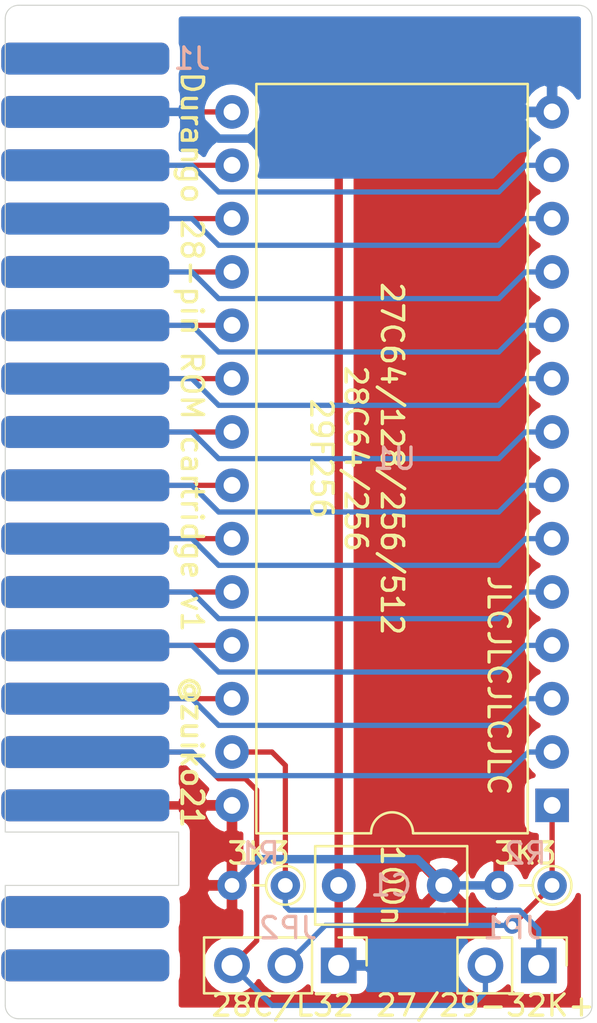
<source format=kicad_pcb>
(kicad_pcb (version 20171130) (host pcbnew "(5.1.2-1)-1")

  (general
    (thickness 1.6)
    (drawings 16)
    (tracks 115)
    (zones 0)
    (modules 7)
    (nets 30)
  )

  (page A4)
  (layers
    (0 F.Cu signal)
    (31 B.Cu signal)
    (32 B.Adhes user hide)
    (33 F.Adhes user hide)
    (34 B.Paste user hide)
    (35 F.Paste user hide)
    (36 B.SilkS user)
    (37 F.SilkS user)
    (38 B.Mask user hide)
    (39 F.Mask user hide)
    (40 Dwgs.User user hide)
    (41 Cmts.User user hide)
    (42 Eco1.User user hide)
    (43 Eco2.User user hide)
    (44 Edge.Cuts user)
    (45 Margin user hide)
    (46 B.CrtYd user hide)
    (47 F.CrtYd user hide)
    (48 B.Fab user hide)
    (49 F.Fab user hide)
  )

  (setup
    (last_trace_width 0.25)
    (user_trace_width 0.4)
    (trace_clearance 0.2)
    (zone_clearance 0.508)
    (zone_45_only no)
    (trace_min 0.2)
    (via_size 0.8)
    (via_drill 0.4)
    (via_min_size 0.4)
    (via_min_drill 0.3)
    (uvia_size 0.3)
    (uvia_drill 0.1)
    (uvias_allowed no)
    (uvia_min_size 0.2)
    (uvia_min_drill 0.1)
    (edge_width 0.05)
    (segment_width 0.2)
    (pcb_text_width 0.3)
    (pcb_text_size 1.5 1.5)
    (mod_edge_width 0.12)
    (mod_text_size 1 1)
    (mod_text_width 0.15)
    (pad_size 1.524 1.524)
    (pad_drill 0.762)
    (pad_to_mask_clearance 0.051)
    (solder_mask_min_width 0.25)
    (aux_axis_origin 0 0)
    (visible_elements FFFFFF7F)
    (pcbplotparams
      (layerselection 0x010fc_ffffffff)
      (usegerberextensions true)
      (usegerberattributes false)
      (usegerberadvancedattributes false)
      (creategerberjobfile false)
      (excludeedgelayer true)
      (linewidth 0.150000)
      (plotframeref false)
      (viasonmask false)
      (mode 1)
      (useauxorigin false)
      (hpglpennumber 1)
      (hpglpenspeed 20)
      (hpglpendiameter 15.000000)
      (psnegative false)
      (psa4output false)
      (plotreference true)
      (plotvalue true)
      (plotinvisibletext false)
      (padsonsilk false)
      (subtractmaskfromsilk true)
      (outputformat 1)
      (mirror false)
      (drillshape 0)
      (scaleselection 1)
      (outputdirectory "gerber/"))
  )

  (net 0 "")
  (net 1 GND)
  (net 2 /D3)
  (net 3 /D2)
  (net 4 /D4)
  (net 5 /D1)
  (net 6 /D5)
  (net 7 /D0)
  (net 8 /D6)
  (net 9 /A0)
  (net 10 /D7)
  (net 11 /A1)
  (net 12 /~CS)
  (net 13 /A2)
  (net 14 /A10)
  (net 15 /A3)
  (net 16 /~OE)
  (net 17 /A4)
  (net 18 /A11)
  (net 19 /A5)
  (net 20 /A9)
  (net 21 /A6)
  (net 22 /A8)
  (net 23 /A7)
  (net 24 /A13)
  (net 25 /A12)
  (net 26 /A14)
  (net 27 +5V)
  (net 28 /A15)
  (net 29 /CA14)

  (net_class Default "Esta es la clase de red por defecto."
    (clearance 0.2)
    (trace_width 0.25)
    (via_dia 0.8)
    (via_drill 0.4)
    (uvia_dia 0.3)
    (uvia_drill 0.1)
    (add_net /A0)
    (add_net /A1)
    (add_net /A10)
    (add_net /A11)
    (add_net /A12)
    (add_net /A13)
    (add_net /A14)
    (add_net /A15)
    (add_net /A2)
    (add_net /A3)
    (add_net /A4)
    (add_net /A5)
    (add_net /A6)
    (add_net /A7)
    (add_net /A8)
    (add_net /A9)
    (add_net /CA14)
    (add_net /D0)
    (add_net /D1)
    (add_net /D2)
    (add_net /D3)
    (add_net /D4)
    (add_net /D5)
    (add_net /D6)
    (add_net /D7)
    (add_net /~CS)
    (add_net /~OE)
  )

  (net_class POWER ""
    (clearance 0.25)
    (trace_width 0.4)
    (via_dia 0.8)
    (via_drill 0.4)
    (uvia_dia 0.3)
    (uvia_drill 0.1)
    (add_net +5V)
    (add_net GND)
  )

  (module edge_conn:Durango_ROM (layer F.Cu) (tedit 628D613F) (tstamp 628DD49B)
    (at 55.88 27.94 270)
    (path /629256A2)
    (fp_text reference J1 (at 2.54 -8.89 unlocked) (layer B.SilkS)
      (effects (font (size 1.016 1.016) (thickness 0.16)) (justify mirror))
    )
    (fp_text value "Edge Connector" (at 24.13 1.27 90) (layer F.Fab)
      (effects (font (size 1 1) (thickness 0.15)))
    )
    (fp_poly (pts (xy 0 0) (xy 48.26 0) (xy 48.26 -7.62) (xy 0 -7.62)) (layer B.Mask) (width 0.1))
    (fp_poly (pts (xy 0 0) (xy 48.26 0) (xy 48.26 -7.62) (xy 0 -7.62)) (layer F.Mask) (width 0.1))
    (fp_line (start 0 -8.89) (end 0 0) (layer Dwgs.User) (width 0.12))
    (fp_line (start 48.26 0) (end 48.26 -8.89) (layer Dwgs.User) (width 0.12))
    (fp_line (start 0 0) (end 48.26 0) (layer Dwgs.User) (width 0.12))
    (pad 36 smd roundrect (at 2.54 -3.81 270) (size 1.524 8) (layers B.Cu B.Paste B.Mask) (roundrect_rratio 0.25))
    (pad 34 smd roundrect (at 5.08 -3.81 270) (size 1.524 8) (layers B.Cu B.Paste B.Mask) (roundrect_rratio 0.25)
      (net 1 GND))
    (pad 32 smd roundrect (at 7.62 -3.81 270) (size 1.524 8) (layers B.Cu B.Paste B.Mask) (roundrect_rratio 0.25)
      (net 3 /D2))
    (pad 30 smd roundrect (at 10.16 -3.81 270) (size 1.524 8) (layers B.Cu B.Paste B.Mask) (roundrect_rratio 0.25)
      (net 5 /D1))
    (pad 28 smd roundrect (at 12.7 -3.81 270) (size 1.524 8) (layers B.Cu B.Paste B.Mask) (roundrect_rratio 0.25)
      (net 7 /D0))
    (pad 26 smd roundrect (at 15.24 -3.81 270) (size 1.524 8) (layers B.Cu B.Paste B.Mask) (roundrect_rratio 0.25)
      (net 9 /A0))
    (pad 24 smd roundrect (at 17.78 -3.81 270) (size 1.524 8) (layers B.Cu B.Paste B.Mask) (roundrect_rratio 0.25)
      (net 11 /A1))
    (pad 22 smd roundrect (at 20.32 -3.81 270) (size 1.524 8) (layers B.Cu B.Paste B.Mask) (roundrect_rratio 0.25)
      (net 13 /A2))
    (pad 20 smd roundrect (at 22.86 -3.81 270) (size 1.524 8) (layers B.Cu B.Paste B.Mask) (roundrect_rratio 0.25)
      (net 15 /A3))
    (pad 18 smd roundrect (at 25.4 -3.81 270) (size 1.524 8) (layers B.Cu B.Paste B.Mask) (roundrect_rratio 0.25)
      (net 17 /A4))
    (pad 16 smd roundrect (at 27.94 -3.81 270) (size 1.524 8) (layers B.Cu B.Paste B.Mask) (roundrect_rratio 0.25)
      (net 19 /A5))
    (pad 14 smd roundrect (at 30.48 -3.81 270) (size 1.524 8) (layers B.Cu B.Paste B.Mask) (roundrect_rratio 0.25)
      (net 21 /A6))
    (pad 12 smd roundrect (at 33.02 -3.81 270) (size 1.524 8) (layers B.Cu B.Paste B.Mask) (roundrect_rratio 0.25)
      (net 23 /A7))
    (pad 10 smd roundrect (at 35.56 -3.81 270) (size 1.524 8) (layers B.Cu B.Paste B.Mask) (roundrect_rratio 0.25)
      (net 25 /A12))
    (pad 8 smd roundrect (at 38.1 -3.81 270) (size 1.524 8) (layers B.Cu B.Paste B.Mask) (roundrect_rratio 0.25))
    (pad 4 smd roundrect (at 43.18 -3.81 270) (size 1.524 8) (layers B.Cu B.Paste B.Mask) (roundrect_rratio 0.25))
    (pad 35 smd roundrect (at 2.54 -3.81 270) (size 1.524 8) (layers F.Cu F.Paste F.Mask) (roundrect_rratio 0.25))
    (pad 33 smd roundrect (at 5.08 -3.81 270) (size 1.524 8) (layers F.Cu F.Paste F.Mask) (roundrect_rratio 0.25)
      (net 2 /D3))
    (pad 31 smd roundrect (at 7.62 -3.81 270) (size 1.524 8) (layers F.Cu F.Paste F.Mask) (roundrect_rratio 0.25)
      (net 4 /D4))
    (pad 29 smd roundrect (at 10.16 -3.81 270) (size 1.524 8) (layers F.Cu F.Paste F.Mask) (roundrect_rratio 0.25)
      (net 6 /D5))
    (pad 27 smd roundrect (at 12.7 -3.81 270) (size 1.524 8) (layers F.Cu F.Paste F.Mask) (roundrect_rratio 0.25)
      (net 8 /D6))
    (pad 25 smd roundrect (at 15.24 -3.81 270) (size 1.524 8) (layers F.Cu F.Paste F.Mask) (roundrect_rratio 0.25)
      (net 10 /D7))
    (pad 23 smd roundrect (at 17.78 -3.81 270) (size 1.524 8) (layers F.Cu F.Paste F.Mask) (roundrect_rratio 0.25)
      (net 12 /~CS))
    (pad 21 smd roundrect (at 20.32 -3.81 270) (size 1.524 8) (layers F.Cu F.Paste F.Mask) (roundrect_rratio 0.25)
      (net 14 /A10))
    (pad 19 smd roundrect (at 22.86 -3.81 270) (size 1.524 8) (layers F.Cu F.Paste F.Mask) (roundrect_rratio 0.25)
      (net 16 /~OE))
    (pad 17 smd roundrect (at 25.4 -3.81 270) (size 1.524 8) (layers F.Cu F.Paste F.Mask) (roundrect_rratio 0.25)
      (net 18 /A11))
    (pad 15 smd roundrect (at 27.94 -3.81 270) (size 1.524 8) (layers F.Cu F.Paste F.Mask) (roundrect_rratio 0.25)
      (net 20 /A9))
    (pad 13 smd roundrect (at 30.48 -3.81 270) (size 1.524 8) (layers F.Cu F.Paste F.Mask) (roundrect_rratio 0.25)
      (net 22 /A8))
    (pad 11 smd roundrect (at 33.02 -3.81 270) (size 1.524 8) (layers F.Cu F.Paste F.Mask) (roundrect_rratio 0.25)
      (net 24 /A13))
    (pad 9 smd roundrect (at 35.56 -3.81 270) (size 1.524 8) (layers F.Cu F.Paste F.Mask) (roundrect_rratio 0.25)
      (net 29 /CA14))
    (pad 7 smd roundrect (at 38.1 -3.81 270) (size 1.524 8) (layers F.Cu F.Paste F.Mask) (roundrect_rratio 0.25)
      (net 27 +5V))
    (pad 3 smd roundrect (at 43.18 -3.81 270) (size 1.524 8) (layers F.Cu F.Paste F.Mask) (roundrect_rratio 0.25))
    (pad 2 smd roundrect (at 45.72 -3.81 270) (size 1.524 8) (layers B.Cu B.Paste B.Mask) (roundrect_rratio 0.25))
    (pad 1 smd roundrect (at 45.72 -3.81 270) (size 1.524 8) (layers F.Cu F.Paste F.Mask) (roundrect_rratio 0.25))
  )

  (module Package_DIP:DIP-28_W15.24mm (layer F.Cu) (tedit 5A02E8C5) (tstamp 628E668C)
    (at 81.915 66.04 180)
    (descr "28-lead though-hole mounted DIP package, row spacing 15.24 mm (600 mils)")
    (tags "THT DIP DIL PDIP 2.54mm 15.24mm 600mil")
    (path /6248CC58)
    (fp_text reference U1 (at 7.493 16.51 unlocked) (layer B.SilkS)
      (effects (font (size 1.016 1.016) (thickness 0.16)) (justify mirror))
    )
    (fp_text value 27C64/128/256/512 (at 7.62 16.51 270 unlocked) (layer F.SilkS)
      (effects (font (size 1.016 1.016) (thickness 0.16)))
    )
    (fp_arc (start 7.62 -1.33) (end 6.62 -1.33) (angle -180) (layer F.SilkS) (width 0.12))
    (fp_line (start 1.255 -1.27) (end 14.985 -1.27) (layer F.Fab) (width 0.1))
    (fp_line (start 14.985 -1.27) (end 14.985 34.29) (layer F.Fab) (width 0.1))
    (fp_line (start 14.985 34.29) (end 0.255 34.29) (layer F.Fab) (width 0.1))
    (fp_line (start 0.255 34.29) (end 0.255 -0.27) (layer F.Fab) (width 0.1))
    (fp_line (start 0.255 -0.27) (end 1.255 -1.27) (layer F.Fab) (width 0.1))
    (fp_line (start 6.62 -1.33) (end 1.16 -1.33) (layer F.SilkS) (width 0.12))
    (fp_line (start 1.16 -1.33) (end 1.16 34.35) (layer F.SilkS) (width 0.12))
    (fp_line (start 1.16 34.35) (end 14.08 34.35) (layer F.SilkS) (width 0.12))
    (fp_line (start 14.08 34.35) (end 14.08 -1.33) (layer F.SilkS) (width 0.12))
    (fp_line (start 14.08 -1.33) (end 8.62 -1.33) (layer F.SilkS) (width 0.12))
    (fp_line (start -1.05 -1.55) (end -1.05 34.55) (layer F.CrtYd) (width 0.05))
    (fp_line (start -1.05 34.55) (end 16.3 34.55) (layer F.CrtYd) (width 0.05))
    (fp_line (start 16.3 34.55) (end 16.3 -1.55) (layer F.CrtYd) (width 0.05))
    (fp_line (start 16.3 -1.55) (end -1.05 -1.55) (layer F.CrtYd) (width 0.05))
    (fp_text user %R (at 7.62 16.51) (layer F.Fab)
      (effects (font (size 1 1) (thickness 0.15)))
    )
    (pad 1 thru_hole rect (at 0 0 180) (size 1.6 1.6) (drill 0.8) (layers *.Cu *.Mask)
      (net 28 /A15))
    (pad 15 thru_hole oval (at 15.24 33.02 180) (size 1.6 1.6) (drill 0.8) (layers *.Cu *.Mask)
      (net 2 /D3))
    (pad 2 thru_hole oval (at 0 2.54 180) (size 1.6 1.6) (drill 0.8) (layers *.Cu *.Mask)
      (net 25 /A12))
    (pad 16 thru_hole oval (at 15.24 30.48 180) (size 1.6 1.6) (drill 0.8) (layers *.Cu *.Mask)
      (net 4 /D4))
    (pad 3 thru_hole oval (at 0 5.08 180) (size 1.6 1.6) (drill 0.8) (layers *.Cu *.Mask)
      (net 23 /A7))
    (pad 17 thru_hole oval (at 15.24 27.94 180) (size 1.6 1.6) (drill 0.8) (layers *.Cu *.Mask)
      (net 6 /D5))
    (pad 4 thru_hole oval (at 0 7.62 180) (size 1.6 1.6) (drill 0.8) (layers *.Cu *.Mask)
      (net 21 /A6))
    (pad 18 thru_hole oval (at 15.24 25.4 180) (size 1.6 1.6) (drill 0.8) (layers *.Cu *.Mask)
      (net 8 /D6))
    (pad 5 thru_hole oval (at 0 10.16 180) (size 1.6 1.6) (drill 0.8) (layers *.Cu *.Mask)
      (net 19 /A5))
    (pad 19 thru_hole oval (at 15.24 22.86 180) (size 1.6 1.6) (drill 0.8) (layers *.Cu *.Mask)
      (net 10 /D7))
    (pad 6 thru_hole oval (at 0 12.7 180) (size 1.6 1.6) (drill 0.8) (layers *.Cu *.Mask)
      (net 17 /A4))
    (pad 20 thru_hole oval (at 15.24 20.32 180) (size 1.6 1.6) (drill 0.8) (layers *.Cu *.Mask)
      (net 12 /~CS))
    (pad 7 thru_hole oval (at 0 15.24 180) (size 1.6 1.6) (drill 0.8) (layers *.Cu *.Mask)
      (net 15 /A3))
    (pad 21 thru_hole oval (at 15.24 17.78 180) (size 1.6 1.6) (drill 0.8) (layers *.Cu *.Mask)
      (net 14 /A10))
    (pad 8 thru_hole oval (at 0 17.78 180) (size 1.6 1.6) (drill 0.8) (layers *.Cu *.Mask)
      (net 13 /A2))
    (pad 22 thru_hole oval (at 15.24 15.24 180) (size 1.6 1.6) (drill 0.8) (layers *.Cu *.Mask)
      (net 16 /~OE))
    (pad 9 thru_hole oval (at 0 20.32 180) (size 1.6 1.6) (drill 0.8) (layers *.Cu *.Mask)
      (net 11 /A1))
    (pad 23 thru_hole oval (at 15.24 12.7 180) (size 1.6 1.6) (drill 0.8) (layers *.Cu *.Mask)
      (net 18 /A11))
    (pad 10 thru_hole oval (at 0 22.86 180) (size 1.6 1.6) (drill 0.8) (layers *.Cu *.Mask)
      (net 9 /A0))
    (pad 24 thru_hole oval (at 15.24 10.16 180) (size 1.6 1.6) (drill 0.8) (layers *.Cu *.Mask)
      (net 20 /A9))
    (pad 11 thru_hole oval (at 0 25.4 180) (size 1.6 1.6) (drill 0.8) (layers *.Cu *.Mask)
      (net 7 /D0))
    (pad 25 thru_hole oval (at 15.24 7.62 180) (size 1.6 1.6) (drill 0.8) (layers *.Cu *.Mask)
      (net 22 /A8))
    (pad 12 thru_hole oval (at 0 27.94 180) (size 1.6 1.6) (drill 0.8) (layers *.Cu *.Mask)
      (net 5 /D1))
    (pad 26 thru_hole oval (at 15.24 5.08 180) (size 1.6 1.6) (drill 0.8) (layers *.Cu *.Mask)
      (net 24 /A13))
    (pad 13 thru_hole oval (at 0 30.48 180) (size 1.6 1.6) (drill 0.8) (layers *.Cu *.Mask)
      (net 3 /D2))
    (pad 27 thru_hole oval (at 15.24 2.54 180) (size 1.6 1.6) (drill 0.8) (layers *.Cu *.Mask)
      (net 26 /A14))
    (pad 14 thru_hole oval (at 0 33.02 180) (size 1.6 1.6) (drill 0.8) (layers *.Cu *.Mask)
      (net 1 GND))
    (pad 28 thru_hole oval (at 15.24 0 180) (size 1.6 1.6) (drill 0.8) (layers *.Cu *.Mask)
      (net 27 +5V))
    (model ${KISYS3DMOD}/Package_DIP.3dshapes/DIP-28_W15.24mm.wrl
      (at (xyz 0 0 0))
      (scale (xyz 1 1 1))
      (rotate (xyz 0 0 0))
    )
  )

  (module Capacitor_THT:C_Rect_L7.0mm_W3.5mm_P5.00mm (layer F.Cu) (tedit 5AE50EF0) (tstamp 62575EBC)
    (at 71.755 69.85)
    (descr "C, Rect series, Radial, pin pitch=5.00mm, , length*width=7*3.5mm^2, Capacitor")
    (tags "C Rect series Radial pin pitch 5.00mm  length 7mm width 3.5mm Capacitor")
    (path /62636C82)
    (fp_text reference C1 (at 2.5 0) (layer B.SilkS)
      (effects (font (size 1 1) (thickness 0.16)) (justify mirror))
    )
    (fp_text value 100n (at 2.54 0 270 unlocked) (layer F.SilkS)
      (effects (font (size 1.016 1.016) (thickness 0.16)))
    )
    (fp_text user %R (at 2.5 0) (layer F.Fab)
      (effects (font (size 1 1) (thickness 0.16)))
    )
    (fp_line (start 6.25 -2) (end -1.25 -2) (layer F.CrtYd) (width 0.05))
    (fp_line (start 6.25 2) (end 6.25 -2) (layer F.CrtYd) (width 0.05))
    (fp_line (start -1.25 2) (end 6.25 2) (layer F.CrtYd) (width 0.05))
    (fp_line (start -1.25 -2) (end -1.25 2) (layer F.CrtYd) (width 0.05))
    (fp_line (start 6.12 -1.87) (end 6.12 1.87) (layer F.SilkS) (width 0.12))
    (fp_line (start -1.12 -1.87) (end -1.12 1.87) (layer F.SilkS) (width 0.12))
    (fp_line (start -1.12 1.87) (end 6.12 1.87) (layer F.SilkS) (width 0.12))
    (fp_line (start -1.12 -1.87) (end 6.12 -1.87) (layer F.SilkS) (width 0.12))
    (fp_line (start 6 -1.75) (end -1 -1.75) (layer F.Fab) (width 0.1))
    (fp_line (start 6 1.75) (end 6 -1.75) (layer F.Fab) (width 0.1))
    (fp_line (start -1 1.75) (end 6 1.75) (layer F.Fab) (width 0.1))
    (fp_line (start -1 -1.75) (end -1 1.75) (layer F.Fab) (width 0.1))
    (pad 2 thru_hole circle (at 5 0) (size 1.6 1.6) (drill 0.8) (layers *.Cu *.Mask)
      (net 27 +5V))
    (pad 1 thru_hole circle (at 0 0) (size 1.6 1.6) (drill 0.8) (layers *.Cu *.Mask)
      (net 1 GND))
    (model ${KISYS3DMOD}/Capacitor_THT.3dshapes/C_Rect_L7.0mm_W3.5mm_P5.00mm.wrl
      (at (xyz 0 0 0))
      (scale (xyz 1 1 1))
      (rotate (xyz 0 0 0))
    )
  )

  (module Resistor_THT:R_Axial_DIN0204_L3.6mm_D1.6mm_P2.54mm_Vertical (layer F.Cu) (tedit 5AE5139B) (tstamp 62493112)
    (at 81.915 69.85 180)
    (descr "Resistor, Axial_DIN0204 series, Axial, Vertical, pin pitch=2.54mm, 0.167W, length*diameter=3.6*1.6mm^2, http://cdn-reichelt.de/documents/datenblatt/B400/1_4W%23YAG.pdf")
    (tags "Resistor Axial_DIN0204 series Axial Vertical pin pitch 2.54mm 0.167W length 3.6mm diameter 1.6mm")
    (path /62539806)
    (fp_text reference R2 (at 1.27 1.524 unlocked) (layer B.SilkS)
      (effects (font (size 1.016 1.016) (thickness 0.16)) (justify mirror))
    )
    (fp_text value 3K3 (at 1.27 1.524 unlocked) (layer F.SilkS)
      (effects (font (size 1.016 1.016) (thickness 0.16)))
    )
    (fp_text user %R (at 1.27 -1.92) (layer F.Fab)
      (effects (font (size 1 1) (thickness 0.15)))
    )
    (fp_line (start 3.49 -1.05) (end -1.05 -1.05) (layer F.CrtYd) (width 0.05))
    (fp_line (start 3.49 1.05) (end 3.49 -1.05) (layer F.CrtYd) (width 0.05))
    (fp_line (start -1.05 1.05) (end 3.49 1.05) (layer F.CrtYd) (width 0.05))
    (fp_line (start -1.05 -1.05) (end -1.05 1.05) (layer F.CrtYd) (width 0.05))
    (fp_line (start 0.92 0) (end 1.54 0) (layer F.SilkS) (width 0.12))
    (fp_line (start 0 0) (end 2.54 0) (layer F.Fab) (width 0.1))
    (fp_circle (center 0 0) (end 0.92 0) (layer F.SilkS) (width 0.12))
    (fp_circle (center 0 0) (end 0.8 0) (layer F.Fab) (width 0.1))
    (pad 2 thru_hole oval (at 2.54 0 180) (size 1.4 1.4) (drill 0.7) (layers *.Cu *.Mask)
      (net 27 +5V))
    (pad 1 thru_hole circle (at 0 0 180) (size 1.4 1.4) (drill 0.7) (layers *.Cu *.Mask)
      (net 28 /A15))
    (model ${KISYS3DMOD}/Resistor_THT.3dshapes/R_Axial_DIN0204_L3.6mm_D1.6mm_P2.54mm_Vertical.wrl
      (at (xyz 0 0 0))
      (scale (xyz 1 1 1))
      (rotate (xyz 0 0 0))
    )
  )

  (module Resistor_THT:R_Axial_DIN0204_L3.6mm_D1.6mm_P2.54mm_Vertical (layer F.Cu) (tedit 5AE5139B) (tstamp 62493103)
    (at 69.215 69.85 180)
    (descr "Resistor, Axial_DIN0204 series, Axial, Vertical, pin pitch=2.54mm, 0.167W, length*diameter=3.6*1.6mm^2, http://cdn-reichelt.de/documents/datenblatt/B400/1_4W%23YAG.pdf")
    (tags "Resistor Axial_DIN0204 series Axial Vertical pin pitch 2.54mm 0.167W length 3.6mm diameter 1.6mm")
    (path /62538342)
    (fp_text reference R1 (at 1.27 1.524) (layer B.SilkS)
      (effects (font (size 1.016 1.016) (thickness 0.16)) (justify mirror))
    )
    (fp_text value 3K3 (at 1.27 1.524 unlocked) (layer F.SilkS)
      (effects (font (size 1.016 1.016) (thickness 0.16)))
    )
    (fp_text user %R (at 1.27 -1.92) (layer F.Fab)
      (effects (font (size 1 1) (thickness 0.15)))
    )
    (fp_line (start 3.49 -1.05) (end -1.05 -1.05) (layer F.CrtYd) (width 0.05))
    (fp_line (start 3.49 1.05) (end 3.49 -1.05) (layer F.CrtYd) (width 0.05))
    (fp_line (start -1.05 1.05) (end 3.49 1.05) (layer F.CrtYd) (width 0.05))
    (fp_line (start -1.05 -1.05) (end -1.05 1.05) (layer F.CrtYd) (width 0.05))
    (fp_line (start 0.92 0) (end 1.54 0) (layer F.SilkS) (width 0.12))
    (fp_line (start 0 0) (end 2.54 0) (layer F.Fab) (width 0.1))
    (fp_circle (center 0 0) (end 0.92 0) (layer F.SilkS) (width 0.12))
    (fp_circle (center 0 0) (end 0.8 0) (layer F.Fab) (width 0.1))
    (pad 2 thru_hole oval (at 2.54 0 180) (size 1.4 1.4) (drill 0.7) (layers *.Cu *.Mask)
      (net 27 +5V))
    (pad 1 thru_hole circle (at 0 0 180) (size 1.4 1.4) (drill 0.7) (layers *.Cu *.Mask)
      (net 26 /A14))
    (model ${KISYS3DMOD}/Resistor_THT.3dshapes/R_Axial_DIN0204_L3.6mm_D1.6mm_P2.54mm_Vertical.wrl
      (at (xyz 0 0 0))
      (scale (xyz 1 1 1))
      (rotate (xyz 0 0 0))
    )
  )

  (module Connector_PinHeader_2.54mm:PinHeader_1x03_P2.54mm_Vertical (layer F.Cu) (tedit 59FED5CC) (tstamp 624930F4)
    (at 71.755 73.66 270)
    (descr "Through hole straight pin header, 1x03, 2.54mm pitch, single row")
    (tags "Through hole pin header THT 1x03 2.54mm single row")
    (path /6250AAF5)
    (fp_text reference JP2 (at -1.778 2.413 unlocked) (layer B.SilkS)
      (effects (font (size 1.016 1.016) (thickness 0.16)) (justify mirror))
    )
    (fp_text value 28C/L32 (at 1.905 2.667 unlocked) (layer F.SilkS)
      (effects (font (size 1.016 1.016) (thickness 0.153)))
    )
    (fp_text user %R (at 0 2.54) (layer F.Fab)
      (effects (font (size 1 1) (thickness 0.15)))
    )
    (fp_line (start 1.8 -1.8) (end -1.8 -1.8) (layer F.CrtYd) (width 0.05))
    (fp_line (start 1.8 6.85) (end 1.8 -1.8) (layer F.CrtYd) (width 0.05))
    (fp_line (start -1.8 6.85) (end 1.8 6.85) (layer F.CrtYd) (width 0.05))
    (fp_line (start -1.8 -1.8) (end -1.8 6.85) (layer F.CrtYd) (width 0.05))
    (fp_line (start -1.33 -1.33) (end 0 -1.33) (layer F.SilkS) (width 0.12))
    (fp_line (start -1.33 0) (end -1.33 -1.33) (layer F.SilkS) (width 0.12))
    (fp_line (start -1.33 1.27) (end 1.33 1.27) (layer F.SilkS) (width 0.12))
    (fp_line (start 1.33 1.27) (end 1.33 6.41) (layer F.SilkS) (width 0.12))
    (fp_line (start -1.33 1.27) (end -1.33 6.41) (layer F.SilkS) (width 0.12))
    (fp_line (start -1.33 6.41) (end 1.33 6.41) (layer F.SilkS) (width 0.12))
    (fp_line (start -1.27 -0.635) (end -0.635 -1.27) (layer F.Fab) (width 0.1))
    (fp_line (start -1.27 6.35) (end -1.27 -0.635) (layer F.Fab) (width 0.1))
    (fp_line (start 1.27 6.35) (end -1.27 6.35) (layer F.Fab) (width 0.1))
    (fp_line (start 1.27 -1.27) (end 1.27 6.35) (layer F.Fab) (width 0.1))
    (fp_line (start -0.635 -1.27) (end 1.27 -1.27) (layer F.Fab) (width 0.1))
    (pad 3 thru_hole oval (at 0 5.08 270) (size 1.7 1.7) (drill 1) (layers *.Cu *.Mask)
      (net 29 /CA14))
    (pad 2 thru_hole oval (at 0 2.54 270) (size 1.7 1.7) (drill 1) (layers *.Cu *.Mask)
      (net 28 /A15))
    (pad 1 thru_hole rect (at 0 0 270) (size 1.7 1.7) (drill 1) (layers *.Cu *.Mask)
      (net 1 GND))
    (model ${KISYS3DMOD}/Connector_PinHeader_2.54mm.3dshapes/PinHeader_1x03_P2.54mm_Vertical.wrl
      (at (xyz 0 0 0))
      (scale (xyz 1 1 1))
      (rotate (xyz 0 0 0))
    )
  )

  (module Connector_PinHeader_2.54mm:PinHeader_1x02_P2.54mm_Vertical (layer F.Cu) (tedit 59FED5CC) (tstamp 624930DD)
    (at 81.28 73.66 270)
    (descr "Through hole straight pin header, 1x02, 2.54mm pitch, single row")
    (tags "Through hole pin header THT 1x02 2.54mm single row")
    (path /625351FC)
    (fp_text reference JP1 (at -1.778 1.27 unlocked) (layer B.SilkS)
      (effects (font (size 1.016 1.016) (thickness 0.16)) (justify mirror))
    )
    (fp_text value 27/29-32K+ (at 1.905 2.54 unlocked) (layer F.SilkS)
      (effects (font (size 1.016 1.016) (thickness 0.153)))
    )
    (fp_text user %R (at 0 1.27) (layer F.Fab)
      (effects (font (size 1 1) (thickness 0.15)))
    )
    (fp_line (start 1.8 -1.8) (end -1.8 -1.8) (layer F.CrtYd) (width 0.05))
    (fp_line (start 1.8 4.35) (end 1.8 -1.8) (layer F.CrtYd) (width 0.05))
    (fp_line (start -1.8 4.35) (end 1.8 4.35) (layer F.CrtYd) (width 0.05))
    (fp_line (start -1.8 -1.8) (end -1.8 4.35) (layer F.CrtYd) (width 0.05))
    (fp_line (start -1.33 -1.33) (end 0 -1.33) (layer F.SilkS) (width 0.12))
    (fp_line (start -1.33 0) (end -1.33 -1.33) (layer F.SilkS) (width 0.12))
    (fp_line (start -1.33 1.27) (end 1.33 1.27) (layer F.SilkS) (width 0.12))
    (fp_line (start 1.33 1.27) (end 1.33 3.87) (layer F.SilkS) (width 0.12))
    (fp_line (start -1.33 1.27) (end -1.33 3.87) (layer F.SilkS) (width 0.12))
    (fp_line (start -1.33 3.87) (end 1.33 3.87) (layer F.SilkS) (width 0.12))
    (fp_line (start -1.27 -0.635) (end -0.635 -1.27) (layer F.Fab) (width 0.1))
    (fp_line (start -1.27 3.81) (end -1.27 -0.635) (layer F.Fab) (width 0.1))
    (fp_line (start 1.27 3.81) (end -1.27 3.81) (layer F.Fab) (width 0.1))
    (fp_line (start 1.27 -1.27) (end 1.27 3.81) (layer F.Fab) (width 0.1))
    (fp_line (start -0.635 -1.27) (end 1.27 -1.27) (layer F.Fab) (width 0.1))
    (pad 2 thru_hole oval (at 0 2.54 270) (size 1.7 1.7) (drill 1) (layers *.Cu *.Mask)
      (net 29 /CA14))
    (pad 1 thru_hole rect (at 0 0 270) (size 1.7 1.7) (drill 1) (layers *.Cu *.Mask)
      (net 26 /A14))
    (model ${KISYS3DMOD}/Connector_PinHeader_2.54mm.3dshapes/PinHeader_1x02_P2.54mm_Vertical.wrl
      (at (xyz 0 0 0))
      (scale (xyz 1 1 1))
      (rotate (xyz 0 0 0))
    )
  )

  (gr_arc (start 83.185 28.575) (end 83.82 28.575) (angle -90) (layer Edge.Cuts) (width 0.05))
  (gr_arc (start 83.185 75.565) (end 83.185 76.2) (angle -90) (layer Edge.Cuts) (width 0.05))
  (gr_arc (start 56.515 75.565) (end 55.88 75.565) (angle -90) (layer Edge.Cuts) (width 0.05))
  (gr_arc (start 56.515 28.575) (end 56.515 27.94) (angle -90) (layer Edge.Cuts) (width 0.05))
  (gr_line (start 56.515 27.94) (end 83.185 27.94) (layer Edge.Cuts) (width 0.05) (tstamp 62953C2D))
  (gr_line (start 55.88 67.31) (end 55.88 28.575) (layer Edge.Cuts) (width 0.05))
  (gr_line (start 64.135 67.31) (end 55.88 67.31) (layer Edge.Cuts) (width 0.05))
  (gr_line (start 64.135 69.85) (end 64.135 67.31) (layer Edge.Cuts) (width 0.05))
  (gr_line (start 55.88 69.85) (end 64.135 69.85) (layer Edge.Cuts) (width 0.05))
  (gr_line (start 55.88 75.565) (end 55.88 69.85) (layer Edge.Cuts) (width 0.05))
  (gr_line (start 83.185 76.2) (end 56.515 76.2) (layer Edge.Cuts) (width 0.05))
  (gr_line (start 83.82 28.575) (end 83.82 75.565) (layer Edge.Cuts) (width 0.05))
  (gr_text "28C64/256\n29F256" (at 71.755 49.53 270) (layer F.SilkS)
    (effects (font (size 1.016 1.016) (thickness 0.16)))
  )
  (gr_text JLCJLCJLCJLC (at 79.375 60.325 270) (layer F.SilkS)
    (effects (font (size 1.016 1.016) (thickness 0.1575)))
  )
  (gr_text @zuiko21 (at 64.77 63.5 270) (layer F.SilkS) (tstamp 628DEEC5)
    (effects (font (size 1.016 1.016) (thickness 0.18)))
  )
  (gr_text "Durango 28-pin ROM cartridge v1" (at 64.77 44.45 270) (layer F.SilkS)
    (effects (font (size 1.016 1.016) (thickness 0.16)))
  )

  (segment (start 81.915 33.02) (end 73.025 33.02) (width 0.4) (layer F.Cu) (net 1))
  (segment (start 73.025 33.02) (end 71.755 34.29) (width 0.4) (layer F.Cu) (net 1))
  (segment (start 71.755 34.29) (end 71.755 69.85) (width 0.4) (layer F.Cu) (net 1))
  (segment (start 71.755 69.85) (end 71.755 73.66) (width 0.4) (layer F.Cu) (net 1))
  (segment (start 81.915 33.02) (end 80.645 33.02) (width 0.4) (layer B.Cu) (net 1))
  (segment (start 80.645 33.02) (end 79.375 34.29) (width 0.4) (layer B.Cu) (net 1))
  (segment (start 79.375 34.29) (end 66.04 34.29) (width 0.4) (layer B.Cu) (net 1))
  (segment (start 66.04 34.29) (end 64.77 33.02) (width 0.4) (layer B.Cu) (net 1))
  (segment (start 64.77 33.02) (end 59.69 33.02) (width 0.4) (layer B.Cu) (net 1))
  (segment (start 66.675 33.02) (end 59.69 33.02) (width 0.25) (layer F.Cu) (net 2))
  (segment (start 81.915 35.56) (end 80.645 35.56) (width 0.25) (layer B.Cu) (net 3))
  (segment (start 80.645 35.56) (end 79.375 36.83) (width 0.25) (layer B.Cu) (net 3))
  (segment (start 79.375 36.83) (end 66.04 36.83) (width 0.25) (layer B.Cu) (net 3))
  (segment (start 66.04 36.83) (end 64.77 35.56) (width 0.25) (layer B.Cu) (net 3))
  (segment (start 64.77 35.56) (end 59.69 35.56) (width 0.25) (layer B.Cu) (net 3))
  (segment (start 66.675 35.56) (end 59.69 35.56) (width 0.25) (layer F.Cu) (net 4))
  (segment (start 81.915 38.1) (end 80.645 38.1) (width 0.25) (layer B.Cu) (net 5))
  (segment (start 80.645 38.1) (end 79.375 39.37) (width 0.25) (layer B.Cu) (net 5))
  (segment (start 79.375 39.37) (end 66.04 39.37) (width 0.25) (layer B.Cu) (net 5))
  (segment (start 66.04 39.37) (end 64.77 38.1) (width 0.25) (layer B.Cu) (net 5))
  (segment (start 64.77 38.1) (end 59.69 38.1) (width 0.25) (layer B.Cu) (net 5))
  (segment (start 66.675 38.1) (end 59.69 38.1) (width 0.25) (layer F.Cu) (net 6))
  (segment (start 81.915 40.64) (end 80.645 40.64) (width 0.25) (layer B.Cu) (net 7))
  (segment (start 80.645 40.64) (end 79.375 41.91) (width 0.25) (layer B.Cu) (net 7))
  (segment (start 79.375 41.91) (end 66.04 41.91) (width 0.25) (layer B.Cu) (net 7))
  (segment (start 66.04 41.91) (end 64.77 40.64) (width 0.25) (layer B.Cu) (net 7))
  (segment (start 64.77 40.64) (end 59.69 40.64) (width 0.25) (layer B.Cu) (net 7))
  (segment (start 66.675 40.64) (end 59.69 40.64) (width 0.25) (layer F.Cu) (net 8))
  (segment (start 81.915 43.18) (end 80.645 43.18) (width 0.25) (layer B.Cu) (net 9))
  (segment (start 80.645 43.18) (end 79.375 44.45) (width 0.25) (layer B.Cu) (net 9))
  (segment (start 79.375 44.45) (end 66.04 44.45) (width 0.25) (layer B.Cu) (net 9))
  (segment (start 66.04 44.45) (end 64.77 43.18) (width 0.25) (layer B.Cu) (net 9))
  (segment (start 64.77 43.18) (end 59.69 43.18) (width 0.25) (layer B.Cu) (net 9))
  (segment (start 66.675 43.18) (end 59.69 43.18) (width 0.25) (layer F.Cu) (net 10))
  (segment (start 81.915 45.72) (end 80.645 45.72) (width 0.25) (layer B.Cu) (net 11))
  (segment (start 80.645 45.72) (end 79.375 46.99) (width 0.25) (layer B.Cu) (net 11))
  (segment (start 79.375 46.99) (end 66.04 46.99) (width 0.25) (layer B.Cu) (net 11))
  (segment (start 66.04 46.99) (end 64.77 45.72) (width 0.25) (layer B.Cu) (net 11))
  (segment (start 64.77 45.72) (end 59.69 45.72) (width 0.25) (layer B.Cu) (net 11))
  (segment (start 66.675 45.72) (end 59.69 45.72) (width 0.25) (layer F.Cu) (net 12))
  (segment (start 81.915 48.26) (end 80.645 48.26) (width 0.25) (layer B.Cu) (net 13))
  (segment (start 80.645 48.26) (end 79.375 49.53) (width 0.25) (layer B.Cu) (net 13))
  (segment (start 79.375 49.53) (end 66.04 49.53) (width 0.25) (layer B.Cu) (net 13))
  (segment (start 66.04 49.53) (end 64.77 48.26) (width 0.25) (layer B.Cu) (net 13))
  (segment (start 64.77 48.26) (end 59.69 48.26) (width 0.25) (layer B.Cu) (net 13))
  (segment (start 66.675 48.26) (end 59.69 48.26) (width 0.25) (layer F.Cu) (net 14))
  (segment (start 81.915 50.8) (end 80.645 50.8) (width 0.25) (layer B.Cu) (net 15))
  (segment (start 80.645 50.8) (end 79.375 52.07) (width 0.25) (layer B.Cu) (net 15))
  (segment (start 79.375 52.07) (end 66.04 52.07) (width 0.25) (layer B.Cu) (net 15))
  (segment (start 66.04 52.07) (end 64.77 50.8) (width 0.25) (layer B.Cu) (net 15))
  (segment (start 64.77 50.8) (end 59.69 50.8) (width 0.25) (layer B.Cu) (net 15))
  (segment (start 66.675 50.8) (end 59.69 50.8) (width 0.25) (layer F.Cu) (net 16))
  (segment (start 66.04 54.61) (end 64.77 53.34) (width 0.25) (layer B.Cu) (net 17))
  (segment (start 80.645 53.34) (end 79.375 54.61) (width 0.25) (layer B.Cu) (net 17))
  (segment (start 64.77 53.34) (end 59.69 53.34) (width 0.25) (layer B.Cu) (net 17))
  (segment (start 79.375 54.61) (end 66.04 54.61) (width 0.25) (layer B.Cu) (net 17))
  (segment (start 81.915 53.34) (end 80.645 53.34) (width 0.25) (layer B.Cu) (net 17))
  (segment (start 66.675 53.34) (end 59.69 53.34) (width 0.25) (layer F.Cu) (net 18))
  (segment (start 81.915 55.88) (end 80.645 55.88) (width 0.25) (layer B.Cu) (net 19))
  (segment (start 80.645 55.88) (end 79.375 57.15) (width 0.25) (layer B.Cu) (net 19))
  (segment (start 79.375 57.15) (end 66.04 57.15) (width 0.25) (layer B.Cu) (net 19))
  (segment (start 66.04 57.15) (end 64.77 55.88) (width 0.25) (layer B.Cu) (net 19))
  (segment (start 64.77 55.88) (end 59.69 55.88) (width 0.25) (layer B.Cu) (net 19))
  (segment (start 66.675 55.88) (end 59.69 55.88) (width 0.25) (layer F.Cu) (net 20))
  (segment (start 81.915 58.42) (end 80.645 58.42) (width 0.25) (layer B.Cu) (net 21))
  (segment (start 80.645 58.42) (end 79.375 59.69) (width 0.25) (layer B.Cu) (net 21))
  (segment (start 79.375 59.69) (end 66.04 59.69) (width 0.25) (layer B.Cu) (net 21))
  (segment (start 66.04 59.69) (end 64.77 58.42) (width 0.25) (layer B.Cu) (net 21))
  (segment (start 64.77 58.42) (end 59.69 58.42) (width 0.25) (layer B.Cu) (net 21))
  (segment (start 66.675 58.42) (end 59.69 58.42) (width 0.25) (layer F.Cu) (net 22))
  (segment (start 80.78363 60.96) (end 79.51363 62.23) (width 0.25) (layer B.Cu) (net 23))
  (segment (start 81.915 60.96) (end 80.78363 60.96) (width 0.25) (layer B.Cu) (net 23))
  (segment (start 79.51363 62.23) (end 66.04 62.23) (width 0.25) (layer B.Cu) (net 23))
  (segment (start 66.04 62.23) (end 64.77 60.96) (width 0.25) (layer B.Cu) (net 23))
  (segment (start 64.77 60.96) (end 59.69 60.96) (width 0.25) (layer B.Cu) (net 23))
  (segment (start 66.675 60.96) (end 59.69 60.96) (width 0.25) (layer F.Cu) (net 24))
  (segment (start 79.658629 64.625001) (end 65.895001 64.625001) (width 0.25) (layer B.Cu) (net 25))
  (segment (start 80.78363 63.5) (end 79.658629 64.625001) (width 0.25) (layer B.Cu) (net 25))
  (segment (start 81.915 63.5) (end 80.78363 63.5) (width 0.25) (layer B.Cu) (net 25))
  (segment (start 65.895001 64.625001) (end 64.77 63.5) (width 0.25) (layer B.Cu) (net 25))
  (segment (start 64.77 63.5) (end 59.69 63.5) (width 0.25) (layer B.Cu) (net 25))
  (segment (start 69.215 64.135) (end 68.58 63.5) (width 0.25) (layer F.Cu) (net 26))
  (segment (start 68.58 63.5) (end 66.675 63.5) (width 0.25) (layer F.Cu) (net 26))
  (segment (start 69.215 69.85) (end 69.215 64.135) (width 0.25) (layer F.Cu) (net 26))
  (segment (start 81.28 72.56) (end 81.28 73.66) (width 0.25) (layer B.Cu) (net 26))
  (segment (start 81.28 71.951998) (end 81.28 72.56) (width 0.25) (layer B.Cu) (net 26))
  (segment (start 69.40505 71.029999) (end 80.358001 71.029999) (width 0.25) (layer B.Cu) (net 26))
  (segment (start 80.358001 71.029999) (end 81.28 71.951998) (width 0.25) (layer B.Cu) (net 26))
  (segment (start 69.215 70.839949) (end 69.40505 71.029999) (width 0.25) (layer B.Cu) (net 26))
  (segment (start 69.215 69.85) (end 69.215 70.839949) (width 0.25) (layer B.Cu) (net 26))
  (segment (start 59.69 66.04) (end 66.675 66.04) (width 0.4) (layer F.Cu) (net 27))
  (segment (start 66.675 66.04) (end 66.675 69.85) (width 0.4) (layer F.Cu) (net 27))
  (segment (start 75.955001 69.050001) (end 76.755 69.85) (width 0.4) (layer B.Cu) (net 27))
  (segment (start 75.504999 68.599999) (end 75.955001 69.050001) (width 0.4) (layer B.Cu) (net 27))
  (segment (start 67.925001 68.599999) (end 75.504999 68.599999) (width 0.4) (layer B.Cu) (net 27))
  (segment (start 66.675 69.85) (end 67.925001 68.599999) (width 0.4) (layer B.Cu) (net 27))
  (segment (start 76.755 69.85) (end 79.375 69.85) (width 0.4) (layer B.Cu) (net 27))
  (segment (start 71.12 71.755) (end 80.01 71.755) (width 0.25) (layer B.Cu) (net 28))
  (segment (start 80.01 71.755) (end 80.645 71.12) (width 0.25) (layer F.Cu) (net 28))
  (segment (start 69.215 73.66) (end 71.12 71.755) (width 0.25) (layer B.Cu) (net 28))
  (via (at 80.01 71.755) (size 0.8) (drill 0.4) (layers F.Cu B.Cu) (net 28))
  (segment (start 80.645 71.12) (end 81.915 69.85) (width 0.25) (layer F.Cu) (net 28))
  (segment (start 81.915 67.09) (end 81.915 66.04) (width 0.25) (layer F.Cu) (net 28))
  (segment (start 81.915 69.85) (end 81.915 67.09) (width 0.25) (layer F.Cu) (net 28))
  (segment (start 66.04 64.77) (end 67.31 64.77) (width 0.25) (layer F.Cu) (net 29))
  (segment (start 64.77 63.5) (end 66.04 64.77) (width 0.25) (layer F.Cu) (net 29))
  (segment (start 59.69 63.5) (end 64.77 63.5) (width 0.25) (layer F.Cu) (net 29))
  (segment (start 68.58 75.565) (end 66.675 73.66) (width 0.25) (layer B.Cu) (net 29))
  (segment (start 68.58 75.565) (end 78.105 75.565) (width 0.25) (layer B.Cu) (net 29))
  (segment (start 78.105 75.565) (end 78.74 74.93) (width 0.25) (layer B.Cu) (net 29))
  (segment (start 78.74 74.93) (end 78.74 73.66) (width 0.25) (layer B.Cu) (net 29))
  (segment (start 67.524999 72.810001) (end 66.675 73.66) (width 0.25) (layer F.Cu) (net 29))
  (segment (start 67.850001 65.310001) (end 67.850001 72.484999) (width 0.25) (layer F.Cu) (net 29))
  (segment (start 67.850001 72.484999) (end 67.524999 72.810001) (width 0.25) (layer F.Cu) (net 29))
  (segment (start 67.31 64.77) (end 67.850001 65.310001) (width 0.25) (layer F.Cu) (net 29))

  (zone (net 1) (net_name GND) (layer B.Cu) (tstamp 62953B2B) (hatch edge 0.508)
    (connect_pads (clearance 0.508))
    (min_thickness 0.254)
    (fill yes (arc_segments 32) (thermal_gap 0.508) (thermal_bridge_width 0.508))
    (polygon
      (pts
        (xy 83.82 27.94) (xy 64.135 27.94) (xy 64.135 76.2) (xy 83.82 76.2)
      )
    )
    (filled_polygon
      (pts
        (xy 77.684866 72.604866) (xy 77.499294 72.830986) (xy 77.361401 73.088966) (xy 77.276487 73.368889) (xy 77.247815 73.66)
        (xy 77.276487 73.951111) (xy 77.361401 74.231034) (xy 77.499294 74.489014) (xy 77.684866 74.715134) (xy 77.792078 74.803121)
        (xy 77.790199 74.805) (xy 73.167338 74.805) (xy 73.194502 74.75418) (xy 73.230812 74.634482) (xy 73.243072 74.51)
        (xy 73.24 73.94575) (xy 73.08125 73.787) (xy 71.882 73.787) (xy 71.882 73.807) (xy 71.628 73.807)
        (xy 71.628 73.787) (xy 71.608 73.787) (xy 71.608 73.533) (xy 71.628 73.533) (xy 71.628 73.513)
        (xy 71.882 73.513) (xy 71.882 73.533) (xy 73.08125 73.533) (xy 73.24 73.37425) (xy 73.243072 72.81)
        (xy 73.230812 72.685518) (xy 73.194502 72.56582) (xy 73.167338 72.515) (xy 77.794368 72.515)
      )
    )
    (filled_polygon
      (pts
        (xy 71.948748 69.835858) (xy 71.934605 69.85) (xy 71.948748 69.864143) (xy 71.769143 70.043748) (xy 71.755 70.029605)
        (xy 71.740858 70.043748) (xy 71.561253 69.864143) (xy 71.575395 69.85) (xy 71.561253 69.835858) (xy 71.740858 69.656253)
        (xy 71.755 69.670395) (xy 71.769143 69.656253)
      )
    )
    (filled_polygon
      (pts
        (xy 83.159513 28.600666) (xy 83.16 28.605301) (xy 83.16 32.312122) (xy 83.146037 32.28258) (xy 82.978519 32.056586)
        (xy 82.770131 31.867615) (xy 82.528881 31.72293) (xy 82.26404 31.628091) (xy 82.042 31.749376) (xy 82.042 32.893)
        (xy 82.062 32.893) (xy 82.062 33.147) (xy 82.042 33.147) (xy 82.042 33.167) (xy 81.788 33.167)
        (xy 81.788 33.147) (xy 80.645085 33.147) (xy 80.523096 33.369039) (xy 80.563754 33.503087) (xy 80.683963 33.75742)
        (xy 80.851481 33.983414) (xy 81.059869 34.172385) (xy 81.251682 34.287421) (xy 81.113899 34.361068) (xy 80.895392 34.540392)
        (xy 80.716068 34.758899) (xy 80.694099 34.8) (xy 80.682322 34.8) (xy 80.644999 34.796324) (xy 80.607676 34.8)
        (xy 80.607667 34.8) (xy 80.496014 34.810997) (xy 80.352753 34.854454) (xy 80.220724 34.925026) (xy 80.104999 35.019999)
        (xy 80.081201 35.048997) (xy 79.060199 36.07) (xy 68.019864 36.07) (xy 68.089236 35.841309) (xy 68.116943 35.56)
        (xy 68.089236 35.278691) (xy 68.007182 35.008192) (xy 67.873932 34.758899) (xy 67.694608 34.540392) (xy 67.476101 34.361068)
        (xy 67.343142 34.29) (xy 67.476101 34.218932) (xy 67.694608 34.039608) (xy 67.873932 33.821101) (xy 68.007182 33.571808)
        (xy 68.089236 33.301309) (xy 68.116943 33.02) (xy 68.089236 32.738691) (xy 68.068691 32.670961) (xy 80.523096 32.670961)
        (xy 80.645085 32.893) (xy 81.788 32.893) (xy 81.788 31.749376) (xy 81.56596 31.628091) (xy 81.301119 31.72293)
        (xy 81.059869 31.867615) (xy 80.851481 32.056586) (xy 80.683963 32.28258) (xy 80.563754 32.536913) (xy 80.523096 32.670961)
        (xy 68.068691 32.670961) (xy 68.007182 32.468192) (xy 67.873932 32.218899) (xy 67.694608 32.000392) (xy 67.476101 31.821068)
        (xy 67.226808 31.687818) (xy 66.956309 31.605764) (xy 66.745492 31.585) (xy 66.604508 31.585) (xy 66.393691 31.605764)
        (xy 66.123192 31.687818) (xy 65.873899 31.821068) (xy 65.655392 32.000392) (xy 65.476068 32.218899) (xy 65.342818 32.468192)
        (xy 65.260764 32.738691) (xy 65.233057 33.02) (xy 65.260764 33.301309) (xy 65.342818 33.571808) (xy 65.476068 33.821101)
        (xy 65.655392 34.039608) (xy 65.873899 34.218932) (xy 66.006858 34.29) (xy 65.873899 34.361068) (xy 65.655392 34.540392)
        (xy 65.476068 34.758899) (xy 65.342818 35.008192) (xy 65.331347 35.046009) (xy 65.310001 35.019999) (xy 65.194276 34.925026)
        (xy 65.062247 34.854454) (xy 64.918986 34.810997) (xy 64.807333 34.8) (xy 64.807322 34.8) (xy 64.77 34.796324)
        (xy 64.732678 34.8) (xy 64.262 34.8) (xy 64.262 34.058923) (xy 64.279502 34.02618) (xy 64.315812 33.906482)
        (xy 64.328072 33.782) (xy 64.325 33.30575) (xy 64.262 33.24275) (xy 64.262 32.79725) (xy 64.325 32.73425)
        (xy 64.328072 32.258) (xy 64.315812 32.133518) (xy 64.279502 32.01382) (xy 64.262 31.981077) (xy 64.262 31.213072)
        (xy 64.308491 31.059811) (xy 64.328072 30.861) (xy 64.328072 30.099) (xy 64.308491 29.900189) (xy 64.262 29.746928)
        (xy 64.262 28.6) (xy 83.152725 28.6)
      )
    )
  )
  (zone (net 27) (net_name +5V) (layer F.Cu) (tstamp 62953B28) (hatch edge 0.508)
    (connect_pads (clearance 0.508))
    (min_thickness 0.254)
    (fill yes (arc_segments 32) (thermal_gap 0.508) (thermal_bridge_width 0.508))
    (polygon
      (pts
        (xy 64.135 27.94) (xy 64.135 76.2) (xy 83.82 76.2) (xy 83.82 27.94)
      )
    )
    (filled_polygon
      (pts
        (xy 80.895392 34.039608) (xy 81.113899 34.218932) (xy 81.246858 34.29) (xy 81.113899 34.361068) (xy 80.895392 34.540392)
        (xy 80.716068 34.758899) (xy 80.582818 35.008192) (xy 80.500764 35.278691) (xy 80.473057 35.56) (xy 80.500764 35.841309)
        (xy 80.582818 36.111808) (xy 80.716068 36.361101) (xy 80.895392 36.579608) (xy 81.113899 36.758932) (xy 81.246858 36.83)
        (xy 81.113899 36.901068) (xy 80.895392 37.080392) (xy 80.716068 37.298899) (xy 80.582818 37.548192) (xy 80.500764 37.818691)
        (xy 80.473057 38.1) (xy 80.500764 38.381309) (xy 80.582818 38.651808) (xy 80.716068 38.901101) (xy 80.895392 39.119608)
        (xy 81.113899 39.298932) (xy 81.246858 39.37) (xy 81.113899 39.441068) (xy 80.895392 39.620392) (xy 80.716068 39.838899)
        (xy 80.582818 40.088192) (xy 80.500764 40.358691) (xy 80.473057 40.64) (xy 80.500764 40.921309) (xy 80.582818 41.191808)
        (xy 80.716068 41.441101) (xy 80.895392 41.659608) (xy 81.113899 41.838932) (xy 81.246858 41.91) (xy 81.113899 41.981068)
        (xy 80.895392 42.160392) (xy 80.716068 42.378899) (xy 80.582818 42.628192) (xy 80.500764 42.898691) (xy 80.473057 43.18)
        (xy 80.500764 43.461309) (xy 80.582818 43.731808) (xy 80.716068 43.981101) (xy 80.895392 44.199608) (xy 81.113899 44.378932)
        (xy 81.246858 44.45) (xy 81.113899 44.521068) (xy 80.895392 44.700392) (xy 80.716068 44.918899) (xy 80.582818 45.168192)
        (xy 80.500764 45.438691) (xy 80.473057 45.72) (xy 80.500764 46.001309) (xy 80.582818 46.271808) (xy 80.716068 46.521101)
        (xy 80.895392 46.739608) (xy 81.113899 46.918932) (xy 81.246858 46.99) (xy 81.113899 47.061068) (xy 80.895392 47.240392)
        (xy 80.716068 47.458899) (xy 80.582818 47.708192) (xy 80.500764 47.978691) (xy 80.473057 48.26) (xy 80.500764 48.541309)
        (xy 80.582818 48.811808) (xy 80.716068 49.061101) (xy 80.895392 49.279608) (xy 81.113899 49.458932) (xy 81.246858 49.53)
        (xy 81.113899 49.601068) (xy 80.895392 49.780392) (xy 80.716068 49.998899) (xy 80.582818 50.248192) (xy 80.500764 50.518691)
        (xy 80.473057 50.8) (xy 80.500764 51.081309) (xy 80.582818 51.351808) (xy 80.716068 51.601101) (xy 80.895392 51.819608)
        (xy 81.113899 51.998932) (xy 81.246858 52.07) (xy 81.113899 52.141068) (xy 80.895392 52.320392) (xy 80.716068 52.538899)
        (xy 80.582818 52.788192) (xy 80.500764 53.058691) (xy 80.473057 53.34) (xy 80.500764 53.621309) (xy 80.582818 53.891808)
        (xy 80.716068 54.141101) (xy 80.895392 54.359608) (xy 81.113899 54.538932) (xy 81.246858 54.61) (xy 81.113899 54.681068)
        (xy 80.895392 54.860392) (xy 80.716068 55.078899) (xy 80.582818 55.328192) (xy 80.500764 55.598691) (xy 80.473057 55.88)
        (xy 80.500764 56.161309) (xy 80.582818 56.431808) (xy 80.716068 56.681101) (xy 80.895392 56.899608) (xy 81.113899 57.078932)
        (xy 81.246858 57.15) (xy 81.113899 57.221068) (xy 80.895392 57.400392) (xy 80.716068 57.618899) (xy 80.582818 57.868192)
        (xy 80.500764 58.138691) (xy 80.473057 58.42) (xy 80.500764 58.701309) (xy 80.582818 58.971808) (xy 80.716068 59.221101)
        (xy 80.895392 59.439608) (xy 81.113899 59.618932) (xy 81.246858 59.69) (xy 81.113899 59.761068) (xy 80.895392 59.940392)
        (xy 80.716068 60.158899) (xy 80.582818 60.408192) (xy 80.500764 60.678691) (xy 80.473057 60.96) (xy 80.500764 61.241309)
        (xy 80.582818 61.511808) (xy 80.716068 61.761101) (xy 80.895392 61.979608) (xy 81.113899 62.158932) (xy 81.246858 62.23)
        (xy 81.113899 62.301068) (xy 80.895392 62.480392) (xy 80.716068 62.698899) (xy 80.582818 62.948192) (xy 80.500764 63.218691)
        (xy 80.473057 63.5) (xy 80.500764 63.781309) (xy 80.582818 64.051808) (xy 80.716068 64.301101) (xy 80.895392 64.519608)
        (xy 81.008482 64.612419) (xy 80.990518 64.614188) (xy 80.87082 64.650498) (xy 80.760506 64.709463) (xy 80.663815 64.788815)
        (xy 80.584463 64.885506) (xy 80.525498 64.99582) (xy 80.489188 65.115518) (xy 80.476928 65.24) (xy 80.476928 66.84)
        (xy 80.489188 66.964482) (xy 80.525498 67.08418) (xy 80.584463 67.194494) (xy 80.663815 67.291185) (xy 80.760506 67.370537)
        (xy 80.87082 67.429502) (xy 80.990518 67.465812) (xy 81.115 67.478072) (xy 81.155001 67.478072) (xy 81.155 68.752225)
        (xy 81.063987 68.813038) (xy 80.878038 68.998987) (xy 80.731939 69.217641) (xy 80.642506 69.43355) (xy 80.635047 69.408956)
        (xy 80.524792 69.171608) (xy 80.370351 68.96033) (xy 80.17766 68.783241) (xy 79.954123 68.647147) (xy 79.70833 68.557278)
        (xy 79.502 68.679799) (xy 79.502 69.723) (xy 79.522 69.723) (xy 79.522 69.977) (xy 79.502 69.977)
        (xy 79.502 69.997) (xy 79.248 69.997) (xy 79.248 69.977) (xy 79.228 69.977) (xy 79.228 69.723)
        (xy 79.248 69.723) (xy 79.248 68.679799) (xy 79.04167 68.557278) (xy 78.795877 68.647147) (xy 78.57234 68.783241)
        (xy 78.379649 68.96033) (xy 78.225208 69.171608) (xy 78.118525 69.401267) (xy 78.058603 69.233708) (xy 77.991671 69.108486)
        (xy 77.747702 69.036903) (xy 76.934605 69.85) (xy 77.747702 70.663097) (xy 77.991671 70.591514) (xy 78.112571 70.336004)
        (xy 78.120726 70.303471) (xy 78.225208 70.528392) (xy 78.379649 70.73967) (xy 78.57234 70.916759) (xy 78.795877 71.052853)
        (xy 79.04167 71.142722) (xy 79.247998 71.020202) (xy 79.247998 71.053291) (xy 79.206063 71.095226) (xy 79.092795 71.264744)
        (xy 79.014774 71.453102) (xy 78.975 71.653061) (xy 78.975 71.856939) (xy 79.014774 72.056898) (xy 79.078556 72.210879)
        (xy 79.031111 72.196487) (xy 78.81295 72.175) (xy 78.66705 72.175) (xy 78.448889 72.196487) (xy 78.168966 72.281401)
        (xy 77.910986 72.419294) (xy 77.684866 72.604866) (xy 77.499294 72.830986) (xy 77.361401 73.088966) (xy 77.276487 73.368889)
        (xy 77.247815 73.66) (xy 77.276487 73.951111) (xy 77.361401 74.231034) (xy 77.499294 74.489014) (xy 77.684866 74.715134)
        (xy 77.910986 74.900706) (xy 78.168966 75.038599) (xy 78.448889 75.123513) (xy 78.66705 75.145) (xy 78.81295 75.145)
        (xy 79.031111 75.123513) (xy 79.311034 75.038599) (xy 79.569014 74.900706) (xy 79.795134 74.715134) (xy 79.819607 74.685313)
        (xy 79.840498 74.75418) (xy 79.899463 74.864494) (xy 79.978815 74.961185) (xy 80.075506 75.040537) (xy 80.18582 75.099502)
        (xy 80.305518 75.135812) (xy 80.43 75.148072) (xy 82.13 75.148072) (xy 82.254482 75.135812) (xy 82.37418 75.099502)
        (xy 82.484494 75.040537) (xy 82.581185 74.961185) (xy 82.660537 74.864494) (xy 82.719502 74.75418) (xy 82.755812 74.634482)
        (xy 82.768072 74.51) (xy 82.768072 72.81) (xy 82.755812 72.685518) (xy 82.719502 72.56582) (xy 82.660537 72.455506)
        (xy 82.581185 72.358815) (xy 82.484494 72.279463) (xy 82.37418 72.220498) (xy 82.254482 72.184188) (xy 82.13 72.171928)
        (xy 80.957579 72.171928) (xy 81.005226 72.056898) (xy 81.045 71.856939) (xy 81.045 71.794802) (xy 81.208799 71.631003)
        (xy 81.208803 71.630998) (xy 81.676156 71.163645) (xy 81.783514 71.185) (xy 82.046486 71.185) (xy 82.304405 71.133696)
        (xy 82.547359 71.033061) (xy 82.766013 70.886962) (xy 82.951962 70.701013) (xy 83.098061 70.482359) (xy 83.160001 70.332823)
        (xy 83.160001 75.532715) (xy 83.159335 75.539513) (xy 83.154699 75.54) (xy 64.262 75.54) (xy 64.262 74.393072)
        (xy 64.308491 74.239811) (xy 64.328072 74.041) (xy 64.328072 73.279) (xy 64.308491 73.080189) (xy 64.262 72.926928)
        (xy 64.262 71.853072) (xy 64.308491 71.699811) (xy 64.328072 71.501) (xy 64.328072 70.739) (xy 64.308491 70.540189)
        (xy 64.293735 70.491546) (xy 64.388793 70.46271) (xy 64.50345 70.401425) (xy 64.603948 70.318948) (xy 64.686425 70.21845)
        (xy 64.705197 70.183329) (xy 65.382284 70.183329) (xy 65.414953 70.291044) (xy 65.525208 70.528392) (xy 65.679649 70.73967)
        (xy 65.87234 70.916759) (xy 66.095877 71.052853) (xy 66.34167 71.142722) (xy 66.548 71.020201) (xy 66.548 69.977)
        (xy 65.505626 69.977) (xy 65.382284 70.183329) (xy 64.705197 70.183329) (xy 64.74771 70.103793) (xy 64.78545 69.979383)
        (xy 64.798193 69.85) (xy 64.795 69.817581) (xy 64.795 69.516671) (xy 65.382284 69.516671) (xy 65.505626 69.723)
        (xy 66.548 69.723) (xy 66.548 68.679799) (xy 66.34167 68.557278) (xy 66.095877 68.647147) (xy 65.87234 68.783241)
        (xy 65.679649 68.96033) (xy 65.525208 69.171608) (xy 65.414953 69.408956) (xy 65.382284 69.516671) (xy 64.795 69.516671)
        (xy 64.795 67.342419) (xy 64.798193 67.31) (xy 64.78545 67.180617) (xy 64.74771 67.056207) (xy 64.686425 66.94155)
        (xy 64.603948 66.841052) (xy 64.50345 66.758575) (xy 64.388793 66.69729) (xy 64.327276 66.678629) (xy 64.325409 66.389039)
        (xy 65.283096 66.389039) (xy 65.323754 66.523087) (xy 65.443963 66.77742) (xy 65.611481 67.003414) (xy 65.819869 67.192385)
        (xy 66.061119 67.33707) (xy 66.32596 67.431909) (xy 66.548 67.310624) (xy 66.548 66.167) (xy 65.405085 66.167)
        (xy 65.283096 66.389039) (xy 64.325409 66.389039) (xy 64.325 66.32575) (xy 64.262 66.26275) (xy 64.262 65.81725)
        (xy 64.325 65.75425) (xy 64.328072 65.278) (xy 64.315812 65.153518) (xy 64.279502 65.03382) (xy 64.262 65.001077)
        (xy 64.262 64.26) (xy 64.455199 64.26) (xy 65.466872 65.271674) (xy 65.443963 65.30258) (xy 65.323754 65.556913)
        (xy 65.283096 65.690961) (xy 65.405085 65.913) (xy 66.548 65.913) (xy 66.548 65.893) (xy 66.802 65.893)
        (xy 66.802 65.913) (xy 66.822 65.913) (xy 66.822 66.167) (xy 66.802 66.167) (xy 66.802 67.310624)
        (xy 67.02404 67.431909) (xy 67.090001 67.408288) (xy 67.090001 68.587139) (xy 67.00833 68.557278) (xy 66.802 68.679799)
        (xy 66.802 69.723) (xy 66.822 69.723) (xy 66.822 69.977) (xy 66.802 69.977) (xy 66.802 71.020201)
        (xy 67.00833 71.142722) (xy 67.090002 71.11286) (xy 67.090002 72.170197) (xy 67.040996 72.219203) (xy 66.966111 72.196487)
        (xy 66.74795 72.175) (xy 66.60205 72.175) (xy 66.383889 72.196487) (xy 66.103966 72.281401) (xy 65.845986 72.419294)
        (xy 65.619866 72.604866) (xy 65.434294 72.830986) (xy 65.296401 73.088966) (xy 65.211487 73.368889) (xy 65.182815 73.66)
        (xy 65.211487 73.951111) (xy 65.296401 74.231034) (xy 65.434294 74.489014) (xy 65.619866 74.715134) (xy 65.845986 74.900706)
        (xy 66.103966 75.038599) (xy 66.383889 75.123513) (xy 66.60205 75.145) (xy 66.74795 75.145) (xy 66.966111 75.123513)
        (xy 67.246034 75.038599) (xy 67.504014 74.900706) (xy 67.730134 74.715134) (xy 67.915706 74.489014) (xy 67.945 74.434209)
        (xy 67.974294 74.489014) (xy 68.159866 74.715134) (xy 68.385986 74.900706) (xy 68.643966 75.038599) (xy 68.923889 75.123513)
        (xy 69.14205 75.145) (xy 69.28795 75.145) (xy 69.506111 75.123513) (xy 69.786034 75.038599) (xy 70.044014 74.900706)
        (xy 70.270134 74.715134) (xy 70.294607 74.685313) (xy 70.315498 74.75418) (xy 70.374463 74.864494) (xy 70.453815 74.961185)
        (xy 70.550506 75.040537) (xy 70.66082 75.099502) (xy 70.780518 75.135812) (xy 70.905 75.148072) (xy 72.605 75.148072)
        (xy 72.729482 75.135812) (xy 72.84918 75.099502) (xy 72.959494 75.040537) (xy 73.056185 74.961185) (xy 73.135537 74.864494)
        (xy 73.194502 74.75418) (xy 73.230812 74.634482) (xy 73.243072 74.51) (xy 73.243072 72.81) (xy 73.230812 72.685518)
        (xy 73.194502 72.56582) (xy 73.135537 72.455506) (xy 73.056185 72.358815) (xy 72.959494 72.279463) (xy 72.84918 72.220498)
        (xy 72.729482 72.184188) (xy 72.605 72.171928) (xy 72.59 72.171928) (xy 72.59 71.01793) (xy 72.669759 70.964637)
        (xy 72.791694 70.842702) (xy 75.941903 70.842702) (xy 76.013486 71.086671) (xy 76.268996 71.207571) (xy 76.543184 71.2763)
        (xy 76.825512 71.290217) (xy 77.10513 71.248787) (xy 77.371292 71.153603) (xy 77.496514 71.086671) (xy 77.568097 70.842702)
        (xy 76.755 70.029605) (xy 75.941903 70.842702) (xy 72.791694 70.842702) (xy 72.869637 70.764759) (xy 73.02668 70.529727)
        (xy 73.134853 70.268574) (xy 73.19 69.991335) (xy 73.19 69.920512) (xy 75.314783 69.920512) (xy 75.356213 70.20013)
        (xy 75.451397 70.466292) (xy 75.518329 70.591514) (xy 75.762298 70.663097) (xy 76.575395 69.85) (xy 75.762298 69.036903)
        (xy 75.518329 69.108486) (xy 75.397429 69.363996) (xy 75.3287 69.638184) (xy 75.314783 69.920512) (xy 73.19 69.920512)
        (xy 73.19 69.708665) (xy 73.134853 69.431426) (xy 73.02668 69.170273) (xy 72.869637 68.935241) (xy 72.791694 68.857298)
        (xy 75.941903 68.857298) (xy 76.755 69.670395) (xy 77.568097 68.857298) (xy 77.496514 68.613329) (xy 77.241004 68.492429)
        (xy 76.966816 68.4237) (xy 76.684488 68.409783) (xy 76.40487 68.451213) (xy 76.138708 68.546397) (xy 76.013486 68.613329)
        (xy 75.941903 68.857298) (xy 72.791694 68.857298) (xy 72.669759 68.735363) (xy 72.59 68.68207) (xy 72.59 34.635867)
        (xy 73.370868 33.855) (xy 80.743888 33.855)
      )
    )
  )
)

</source>
